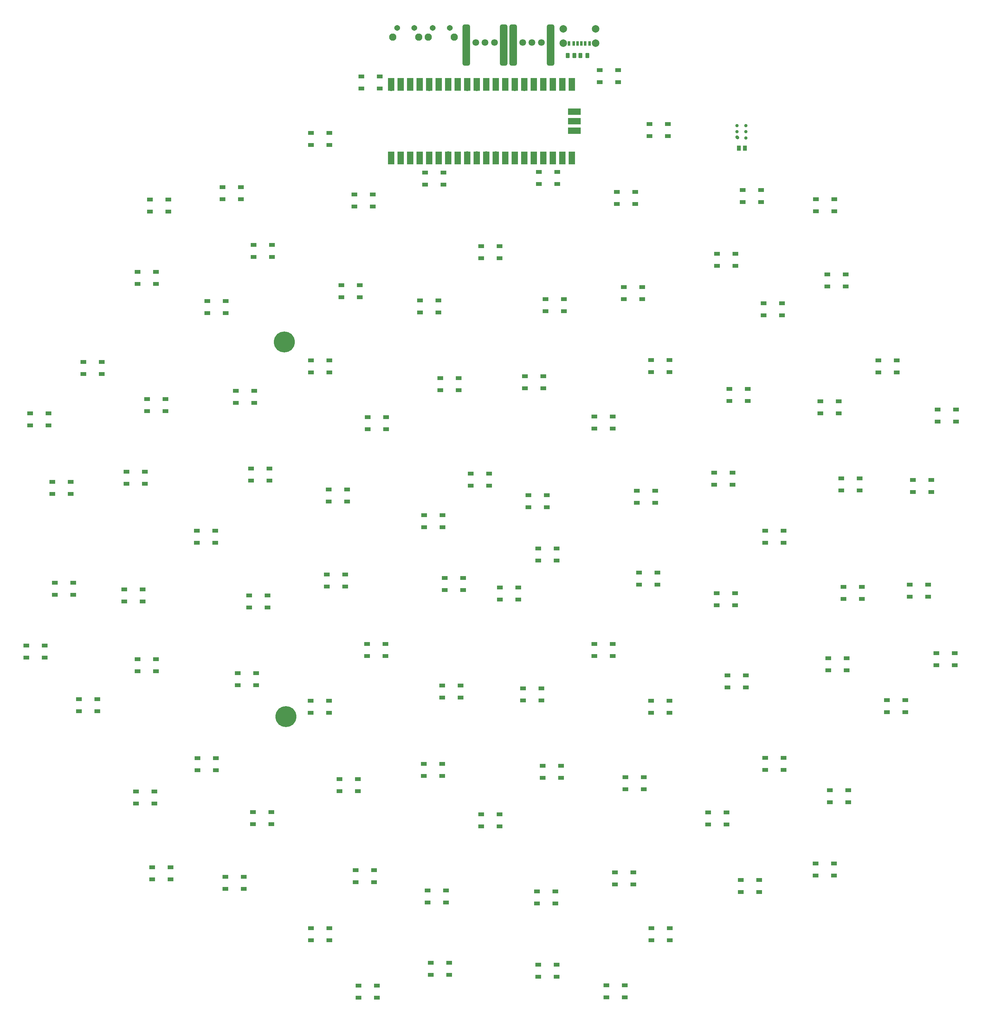
<source format=gts>
%TF.GenerationSoftware,KiCad,Pcbnew,(6.0.6)*%
%TF.CreationDate,2022-07-13T04:46:15-05:00*%
%TF.ProjectId,CircleBoard,43697263-6c65-4426-9f61-72642e6b6963,rev?*%
%TF.SameCoordinates,Original*%
%TF.FileFunction,Soldermask,Top*%
%TF.FilePolarity,Negative*%
%FSLAX46Y46*%
G04 Gerber Fmt 4.6, Leading zero omitted, Abs format (unit mm)*
G04 Created by KiCad (PCBNEW (6.0.6)) date 2022-07-13 04:46:15*
%MOMM*%
%LPD*%
G01*
G04 APERTURE LIST*
G04 Aperture macros list*
%AMRoundRect*
0 Rectangle with rounded corners*
0 $1 Rounding radius*
0 $2 $3 $4 $5 $6 $7 $8 $9 X,Y pos of 4 corners*
0 Add a 4 corners polygon primitive as box body*
4,1,4,$2,$3,$4,$5,$6,$7,$8,$9,$2,$3,0*
0 Add four circle primitives for the rounded corners*
1,1,$1+$1,$2,$3*
1,1,$1+$1,$4,$5*
1,1,$1+$1,$6,$7*
1,1,$1+$1,$8,$9*
0 Add four rect primitives between the rounded corners*
20,1,$1+$1,$2,$3,$4,$5,0*
20,1,$1+$1,$4,$5,$6,$7,0*
20,1,$1+$1,$6,$7,$8,$9,0*
20,1,$1+$1,$8,$9,$2,$3,0*%
%AMHorizOval*
0 Thick line with rounded ends*
0 $1 width*
0 $2 $3 position (X,Y) of the first rounded end (center of the circle)*
0 $4 $5 position (X,Y) of the second rounded end (center of the circle)*
0 Add line between two ends*
20,1,$1,$2,$3,$4,$5,0*
0 Add two circle primitives to create the rounded ends*
1,1,$1,$2,$3*
1,1,$1,$4,$5*%
G04 Aperture macros list end*
%ADD10C,1.800000*%
%ADD11RoundRect,0.500000X0.500000X5.000000X-0.500000X5.000000X-0.500000X-5.000000X0.500000X-5.000000X0*%
%ADD12C,1.540000*%
%ADD13C,1.950000*%
%ADD14R,1.500000X1.000000*%
%ADD15RoundRect,0.250000X0.262500X0.450000X-0.262500X0.450000X-0.262500X-0.450000X0.262500X-0.450000X0*%
%ADD16C,5.600000*%
%ADD17R,0.700000X1.200000*%
%ADD18R,0.760000X1.200000*%
%ADD19R,0.800000X1.200000*%
%ADD20C,2.010000*%
%ADD21R,1.700000X3.500000*%
%ADD22O,1.700000X1.700000*%
%ADD23R,3.500000X1.700000*%
%ADD24RoundRect,0.250000X-0.262500X-0.450000X0.262500X-0.450000X0.262500X0.450000X-0.262500X0.450000X0*%
%ADD25C,0.910000*%
%ADD26HorizOval,0.910000X-0.070711X0.070711X0.070711X-0.070711X0*%
%ADD27R,1.020000X1.470000*%
G04 APERTURE END LIST*
D10*
X141110000Y4960000D03*
X138610000Y4960000D03*
X136110000Y4960000D03*
D11*
X143610000Y4260000D03*
X133610000Y4260000D03*
D10*
X128570000Y4940000D03*
X126070000Y4940000D03*
X123570000Y4940000D03*
D11*
X131070000Y4240000D03*
X121070000Y4240000D03*
D12*
X107150000Y8870000D03*
X102650000Y8870000D03*
D13*
X108405000Y6380000D03*
X101395000Y6380000D03*
D12*
X116630000Y8850000D03*
X112130000Y8850000D03*
D13*
X117885000Y6360000D03*
X110875000Y6360000D03*
D14*
X114644000Y-166675000D03*
X114644000Y-169875000D03*
X119544000Y-169875000D03*
X119544000Y-166675000D03*
X246978000Y-93015000D03*
X246978000Y-96215000D03*
X251878000Y-96215000D03*
X251878000Y-93015000D03*
X63590000Y-108763000D03*
X63590000Y-111963000D03*
X68490000Y-111963000D03*
X68490000Y-108763000D03*
X49239000Y-186106000D03*
X49239000Y-189306000D03*
X54139000Y-189306000D03*
X54139000Y-186106000D03*
X233389000Y-170612000D03*
X233389000Y-173812000D03*
X238289000Y-173812000D03*
X238289000Y-170612000D03*
X214466000Y-36881000D03*
X214466000Y-40081000D03*
X219366000Y-40081000D03*
X219366000Y-36881000D03*
X155284000Y-94920000D03*
X155284000Y-98120000D03*
X160184000Y-98120000D03*
X160184000Y-94920000D03*
X114136000Y-84633000D03*
X114136000Y-87833000D03*
X119036000Y-87833000D03*
X119036000Y-84633000D03*
X64098000Y-200457000D03*
X64098000Y-203657000D03*
X68998000Y-203657000D03*
X68998000Y-200457000D03*
X49112000Y-125400000D03*
X49112000Y-128600000D03*
X54012000Y-128600000D03*
X54012000Y-125400000D03*
X240374000Y-111811000D03*
X240374000Y-115011000D03*
X245274000Y-115011000D03*
X245274000Y-111811000D03*
X163539000Y-191186000D03*
X163539000Y-194386000D03*
X168439000Y-194386000D03*
X168439000Y-191186000D03*
X170397000Y-79807000D03*
X170397000Y-83007000D03*
X175297000Y-83007000D03*
X175297000Y-79807000D03*
X214339000Y-214173000D03*
X214339000Y-217373000D03*
X219239000Y-217373000D03*
X219239000Y-214173000D03*
X137631000Y-115875000D03*
X137631000Y-119075000D03*
X142531000Y-119075000D03*
X142531000Y-115875000D03*
X110072000Y-29769000D03*
X110072000Y-32969000D03*
X114972000Y-32969000D03*
X114972000Y-29769000D03*
X79592000Y-79934000D03*
X79592000Y-83134000D03*
X84492000Y-83134000D03*
X84492000Y-79934000D03*
X194400000Y-218618000D03*
X194400000Y-221818000D03*
X199300000Y-221818000D03*
X199300000Y-218618000D03*
X161253000Y-34976000D03*
X161253000Y-38176000D03*
X166153000Y-38176000D03*
X166153000Y-34976000D03*
X30316000Y-109652000D03*
X30316000Y-112852000D03*
X35216000Y-112852000D03*
X35216000Y-109652000D03*
X200877000Y-185979000D03*
X200877000Y-189179000D03*
X205777000Y-189179000D03*
X205777000Y-185979000D03*
X83783000Y-137084000D03*
X83783000Y-140284000D03*
X88683000Y-140284000D03*
X88683000Y-137084000D03*
X17616000Y-170358000D03*
X17616000Y-173558000D03*
X22516000Y-173558000D03*
X22516000Y-170358000D03*
X51906000Y-64059000D03*
X51906000Y-67259000D03*
X56806000Y-67259000D03*
X56806000Y-64059000D03*
X60034000Y-163373000D03*
X60034000Y-166573000D03*
X64934000Y-166573000D03*
X64934000Y-163373000D03*
X122264000Y-110160000D03*
X122264000Y-113360000D03*
X127164000Y-113360000D03*
X127164000Y-110160000D03*
X170016000Y-16815000D03*
X170016000Y-20015000D03*
X174916000Y-20015000D03*
X174916000Y-16815000D03*
X188050000Y-51486000D03*
X188050000Y-54686000D03*
X192950000Y-54686000D03*
X192950000Y-51486000D03*
D15*
X153412500Y1470000D03*
X151587500Y1470000D03*
D14*
X56732000Y-217729000D03*
X56732000Y-220929000D03*
X61632000Y-220929000D03*
X61632000Y-217729000D03*
X94705000Y-95047000D03*
X94705000Y-98247000D03*
X99605000Y-98247000D03*
X99605000Y-95047000D03*
X246597000Y-158039000D03*
X246597000Y-161239000D03*
X251497000Y-161239000D03*
X251497000Y-158039000D03*
X217514000Y-56947000D03*
X217514000Y-60147000D03*
X222414000Y-60147000D03*
X222414000Y-56947000D03*
X218149000Y-194615000D03*
X218149000Y-197815000D03*
X223049000Y-197815000D03*
X223049000Y-194615000D03*
X11139000Y-139243000D03*
X11139000Y-142443000D03*
X16039000Y-142443000D03*
X16039000Y-139243000D03*
X35777000Y-90221000D03*
X35777000Y-93421000D03*
X40677000Y-93421000D03*
X40677000Y-90221000D03*
X140425000Y-29642000D03*
X140425000Y-32842000D03*
X145325000Y-32842000D03*
X145325000Y-29642000D03*
X163158000Y-60376000D03*
X163158000Y-63576000D03*
X168058000Y-63576000D03*
X168058000Y-60376000D03*
X59526000Y-88062000D03*
X59526000Y-91262000D03*
X64426000Y-91262000D03*
X64426000Y-88062000D03*
X200877000Y-125400000D03*
X200877000Y-128600000D03*
X205777000Y-128600000D03*
X205777000Y-125400000D03*
X215609000Y-90856000D03*
X215609000Y-94056000D03*
X220509000Y-94056000D03*
X220509000Y-90856000D03*
X92292000Y-246812000D03*
X92292000Y-250012000D03*
X97192000Y-250012000D03*
X97192000Y-246812000D03*
D16*
X72920000Y-175000000D03*
D14*
X79592000Y-19228000D03*
X79592000Y-22428000D03*
X84492000Y-22428000D03*
X84492000Y-19228000D03*
X93054000Y-4115000D03*
X93054000Y-7315000D03*
X97954000Y-7315000D03*
X97954000Y-4115000D03*
X36539000Y-37008000D03*
X36539000Y-40208000D03*
X41439000Y-40208000D03*
X41439000Y-37008000D03*
X194908000Y-34468000D03*
X194908000Y-37668000D03*
X199808000Y-37668000D03*
X199808000Y-34468000D03*
X170524000Y-231445000D03*
X170524000Y-234645000D03*
X175424000Y-234645000D03*
X175424000Y-231445000D03*
X140298000Y-241224000D03*
X140298000Y-244424000D03*
X145198000Y-244424000D03*
X145198000Y-241224000D03*
X109818000Y-121209000D03*
X109818000Y-124409000D03*
X114718000Y-124409000D03*
X114718000Y-121209000D03*
X4535000Y-94031000D03*
X4535000Y-97231000D03*
X9435000Y-97231000D03*
X9435000Y-94031000D03*
X130011000Y-140513000D03*
X130011000Y-143713000D03*
X134911000Y-143713000D03*
X134911000Y-140513000D03*
X84291000Y-114351000D03*
X84291000Y-117551000D03*
X89191000Y-117551000D03*
X89191000Y-114351000D03*
X79592000Y-231445000D03*
X79592000Y-234645000D03*
X84492000Y-234645000D03*
X84492000Y-231445000D03*
X87212000Y-191694000D03*
X87212000Y-194894000D03*
X92112000Y-194894000D03*
X92112000Y-191694000D03*
X231103000Y-79934000D03*
X231103000Y-83134000D03*
X236003000Y-83134000D03*
X236003000Y-79934000D03*
X140298000Y-130099000D03*
X140298000Y-133299000D03*
X145198000Y-133299000D03*
X145198000Y-130099000D03*
X217768000Y-159436000D03*
X217768000Y-162636000D03*
X222668000Y-162636000D03*
X222668000Y-159436000D03*
X18759000Y-80315000D03*
X18759000Y-83515000D03*
X23659000Y-83515000D03*
X23659000Y-80315000D03*
X136742000Y-84125000D03*
X136742000Y-87325000D03*
X141642000Y-87325000D03*
X141642000Y-84125000D03*
D17*
X151760000Y4662500D03*
D18*
X149740000Y4662500D03*
D19*
X148510000Y4662500D03*
D17*
X150760000Y4662500D03*
D18*
X152780000Y4662500D03*
D19*
X154010000Y4662500D03*
D20*
X155580000Y4742500D03*
X155580000Y8542500D03*
X146940000Y8542500D03*
X146940000Y4742500D03*
D14*
X187923000Y-142037000D03*
X187923000Y-145237000D03*
X192823000Y-145237000D03*
X192823000Y-142037000D03*
X141441000Y-188138000D03*
X141441000Y-191338000D03*
X146341000Y-191338000D03*
X146341000Y-188138000D03*
X166587000Y-114732000D03*
X166587000Y-117932000D03*
X171487000Y-117932000D03*
X171487000Y-114732000D03*
X110707000Y-221412000D03*
X110707000Y-224612000D03*
X115607000Y-224612000D03*
X115607000Y-221412000D03*
X33237000Y-56312000D03*
X33237000Y-59512000D03*
X38137000Y-59512000D03*
X38137000Y-56312000D03*
X125058000Y-49454000D03*
X125058000Y-52654000D03*
X129958000Y-52654000D03*
X129958000Y-49454000D03*
X109691000Y-187630000D03*
X109691000Y-190830000D03*
X114591000Y-190830000D03*
X114591000Y-187630000D03*
X136234000Y-167437000D03*
X136234000Y-170637000D03*
X141134000Y-170637000D03*
X141134000Y-167437000D03*
X37174000Y-215189000D03*
X37174000Y-218389000D03*
X42074000Y-218389000D03*
X42074000Y-215189000D03*
X167222000Y-136576000D03*
X167222000Y-139776000D03*
X172122000Y-139776000D03*
X172122000Y-136576000D03*
X115279000Y-137973000D03*
X115279000Y-141173000D03*
X120179000Y-141173000D03*
X120179000Y-137973000D03*
D21*
X100990000Y-25850000D03*
X103530000Y-25850000D03*
X106070000Y-25850000D03*
X108610000Y-25850000D03*
X111150000Y-25850000D03*
X113690000Y-25850000D03*
D22*
X116230000Y-24950000D03*
D21*
X116230000Y-25850000D03*
X118770000Y-25850000D03*
X121310000Y-25850000D03*
D22*
X121310000Y-24950000D03*
D21*
X123850000Y-25850000D03*
D22*
X123850000Y-24950000D03*
D21*
X126390000Y-25850000D03*
D22*
X126390000Y-24950000D03*
D21*
X128930000Y-25850000D03*
D22*
X128930000Y-24950000D03*
D21*
X131470000Y-25850000D03*
X134010000Y-25850000D03*
X136550000Y-25850000D03*
X139090000Y-25850000D03*
X141630000Y-25850000D03*
X144170000Y-25850000D03*
X146710000Y-25850000D03*
X149250000Y-25850000D03*
X149250000Y-6270000D03*
X146710000Y-6270000D03*
X144170000Y-6270000D03*
X141630000Y-6270000D03*
X139090000Y-6270000D03*
D22*
X136550000Y-7210000D03*
D21*
X136550000Y-6270000D03*
X134010000Y-6270000D03*
D22*
X134010000Y-7170000D03*
D21*
X131470000Y-6270000D03*
X128930000Y-6270000D03*
X126390000Y-6270000D03*
D22*
X123850000Y-7170000D03*
D21*
X123850000Y-6270000D03*
X121310000Y-6270000D03*
D22*
X121310000Y-7170000D03*
D21*
X118770000Y-6270000D03*
X116230000Y-6270000D03*
X113690000Y-6270000D03*
D22*
X111150000Y-7170000D03*
D21*
X111150000Y-6270000D03*
X108610000Y-6270000D03*
X106070000Y-6270000D03*
X103530000Y-6270000D03*
D22*
X100990000Y-7170000D03*
D21*
X100990000Y-6270000D03*
D23*
X149920000Y-18600000D03*
X149920000Y-16060000D03*
X149920000Y-13520000D03*
D14*
X108675000Y-63932000D03*
X108675000Y-67132000D03*
X113575000Y-67132000D03*
X113575000Y-63932000D03*
X63082000Y-142672000D03*
X63082000Y-145872000D03*
X67982000Y-145872000D03*
X67982000Y-142672000D03*
X187288000Y-109906000D03*
X187288000Y-113106000D03*
X192188000Y-113106000D03*
X192188000Y-109906000D03*
X155284000Y-155626000D03*
X155284000Y-158826000D03*
X160184000Y-158826000D03*
X160184000Y-155626000D03*
X79465000Y-170739000D03*
X79465000Y-173939000D03*
X84365000Y-173939000D03*
X84365000Y-170739000D03*
X200496000Y-64694000D03*
X200496000Y-67894000D03*
X205396000Y-67894000D03*
X205396000Y-64694000D03*
X190844000Y-164008000D03*
X190844000Y-167208000D03*
X195744000Y-167208000D03*
X195744000Y-164008000D03*
X55970000Y-33706000D03*
X55970000Y-36906000D03*
X60870000Y-36906000D03*
X60870000Y-33706000D03*
X170397000Y-170739000D03*
X170397000Y-173939000D03*
X175297000Y-173939000D03*
X175297000Y-170739000D03*
X221832000Y-140386000D03*
X221832000Y-143586000D03*
X226732000Y-143586000D03*
X226732000Y-140386000D03*
X91530000Y-215951000D03*
X91530000Y-219151000D03*
X96430000Y-219151000D03*
X96430000Y-215951000D03*
X94578000Y-155626000D03*
X94578000Y-158826000D03*
X99478000Y-158826000D03*
X99478000Y-155626000D03*
X3519000Y-156007000D03*
X3519000Y-159207000D03*
X8419000Y-159207000D03*
X8419000Y-156007000D03*
X10504000Y-112319000D03*
X10504000Y-115519000D03*
X15404000Y-115519000D03*
X15404000Y-112319000D03*
X111596000Y-240716000D03*
X111596000Y-243916000D03*
X116496000Y-243916000D03*
X116496000Y-240716000D03*
X125058000Y-201092000D03*
X125058000Y-204292000D03*
X129958000Y-204292000D03*
X129958000Y-201092000D03*
X29681000Y-141021000D03*
X29681000Y-144221000D03*
X34581000Y-144221000D03*
X34581000Y-141021000D03*
X185637000Y-200584000D03*
X185637000Y-203784000D03*
X190537000Y-203784000D03*
X190537000Y-200584000D03*
X32856000Y-194996000D03*
X32856000Y-198196000D03*
X37756000Y-198196000D03*
X37756000Y-194996000D03*
X158459000Y-246685000D03*
X158459000Y-249885000D03*
X163359000Y-249885000D03*
X163359000Y-246685000D03*
X142203000Y-63551000D03*
X142203000Y-66751000D03*
X147103000Y-66751000D03*
X147103000Y-63551000D03*
X191352000Y-87554000D03*
X191352000Y-90754000D03*
X196252000Y-90754000D03*
X196252000Y-87554000D03*
D16*
X72500000Y-75000000D03*
D14*
X221197000Y-111430000D03*
X221197000Y-114630000D03*
X226097000Y-114630000D03*
X226097000Y-111430000D03*
D24*
X148147500Y1470000D03*
X149972500Y1470000D03*
D14*
X64225000Y-49073000D03*
X64225000Y-52273000D03*
X69125000Y-52273000D03*
X69125000Y-49073000D03*
D25*
X195730000Y-20510000D03*
X195730000Y-18860000D03*
X195730000Y-17210000D03*
X193390000Y-17210000D03*
X193390000Y-18860000D03*
D26*
X193490000Y-20410000D03*
D14*
X139917000Y-221666000D03*
X139917000Y-224866000D03*
X144817000Y-224866000D03*
X144817000Y-221666000D03*
X91149000Y-35611000D03*
X91149000Y-38811000D03*
X96049000Y-38811000D03*
X96049000Y-35611000D03*
X160745000Y-216586000D03*
X160745000Y-219786000D03*
X165645000Y-219786000D03*
X165645000Y-216586000D03*
X239485000Y-139751000D03*
X239485000Y-142951000D03*
X244385000Y-142951000D03*
X244385000Y-139751000D03*
X33237000Y-159690000D03*
X33237000Y-162890000D03*
X38137000Y-162890000D03*
X38137000Y-159690000D03*
X87720000Y-59868000D03*
X87720000Y-63068000D03*
X92620000Y-63068000D03*
X92620000Y-59868000D03*
X156681000Y-2464000D03*
X156681000Y-5664000D03*
X161581000Y-5664000D03*
X161581000Y-2464000D03*
D27*
X193860000Y-23260000D03*
X195460000Y-23260000D03*
M02*

</source>
